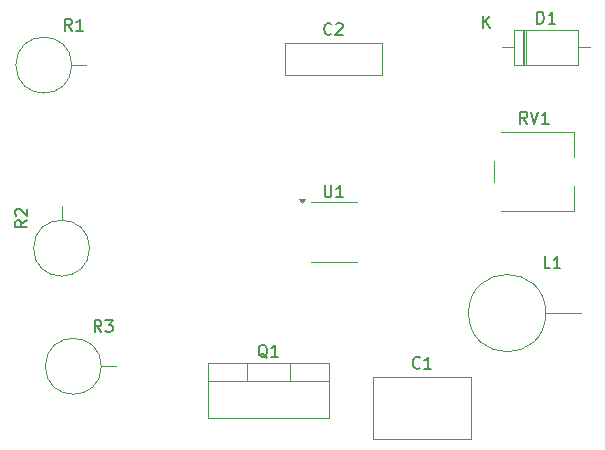
<source format=gbr>
%TF.GenerationSoftware,KiCad,Pcbnew,9.0.0*%
%TF.CreationDate,2025-03-20T23:20:09+05:30*%
%TF.ProjectId,buck_converter,6275636b-5f63-46f6-9e76-65727465722e,rev?*%
%TF.SameCoordinates,Original*%
%TF.FileFunction,Legend,Top*%
%TF.FilePolarity,Positive*%
%FSLAX46Y46*%
G04 Gerber Fmt 4.6, Leading zero omitted, Abs format (unit mm)*
G04 Created by KiCad (PCBNEW 9.0.0) date 2025-03-20 23:20:09*
%MOMM*%
%LPD*%
G01*
G04 APERTURE LIST*
%ADD10C,0.150000*%
%ADD11C,0.120000*%
G04 APERTURE END LIST*
D10*
X74263095Y-42689819D02*
X74263095Y-43499342D01*
X74263095Y-43499342D02*
X74310714Y-43594580D01*
X74310714Y-43594580D02*
X74358333Y-43642200D01*
X74358333Y-43642200D02*
X74453571Y-43689819D01*
X74453571Y-43689819D02*
X74644047Y-43689819D01*
X74644047Y-43689819D02*
X74739285Y-43642200D01*
X74739285Y-43642200D02*
X74786904Y-43594580D01*
X74786904Y-43594580D02*
X74834523Y-43499342D01*
X74834523Y-43499342D02*
X74834523Y-42689819D01*
X75834523Y-43689819D02*
X75263095Y-43689819D01*
X75548809Y-43689819D02*
X75548809Y-42689819D01*
X75548809Y-42689819D02*
X75453571Y-42832676D01*
X75453571Y-42832676D02*
X75358333Y-42927914D01*
X75358333Y-42927914D02*
X75263095Y-42975533D01*
X91404761Y-37454819D02*
X91071428Y-36978628D01*
X90833333Y-37454819D02*
X90833333Y-36454819D01*
X90833333Y-36454819D02*
X91214285Y-36454819D01*
X91214285Y-36454819D02*
X91309523Y-36502438D01*
X91309523Y-36502438D02*
X91357142Y-36550057D01*
X91357142Y-36550057D02*
X91404761Y-36645295D01*
X91404761Y-36645295D02*
X91404761Y-36788152D01*
X91404761Y-36788152D02*
X91357142Y-36883390D01*
X91357142Y-36883390D02*
X91309523Y-36931009D01*
X91309523Y-36931009D02*
X91214285Y-36978628D01*
X91214285Y-36978628D02*
X90833333Y-36978628D01*
X91690476Y-36454819D02*
X92023809Y-37454819D01*
X92023809Y-37454819D02*
X92357142Y-36454819D01*
X93214285Y-37454819D02*
X92642857Y-37454819D01*
X92928571Y-37454819D02*
X92928571Y-36454819D01*
X92928571Y-36454819D02*
X92833333Y-36597676D01*
X92833333Y-36597676D02*
X92738095Y-36692914D01*
X92738095Y-36692914D02*
X92642857Y-36740533D01*
X55358333Y-55084819D02*
X55025000Y-54608628D01*
X54786905Y-55084819D02*
X54786905Y-54084819D01*
X54786905Y-54084819D02*
X55167857Y-54084819D01*
X55167857Y-54084819D02*
X55263095Y-54132438D01*
X55263095Y-54132438D02*
X55310714Y-54180057D01*
X55310714Y-54180057D02*
X55358333Y-54275295D01*
X55358333Y-54275295D02*
X55358333Y-54418152D01*
X55358333Y-54418152D02*
X55310714Y-54513390D01*
X55310714Y-54513390D02*
X55263095Y-54561009D01*
X55263095Y-54561009D02*
X55167857Y-54608628D01*
X55167857Y-54608628D02*
X54786905Y-54608628D01*
X55691667Y-54084819D02*
X56310714Y-54084819D01*
X56310714Y-54084819D02*
X55977381Y-54465771D01*
X55977381Y-54465771D02*
X56120238Y-54465771D01*
X56120238Y-54465771D02*
X56215476Y-54513390D01*
X56215476Y-54513390D02*
X56263095Y-54561009D01*
X56263095Y-54561009D02*
X56310714Y-54656247D01*
X56310714Y-54656247D02*
X56310714Y-54894342D01*
X56310714Y-54894342D02*
X56263095Y-54989580D01*
X56263095Y-54989580D02*
X56215476Y-55037200D01*
X56215476Y-55037200D02*
X56120238Y-55084819D01*
X56120238Y-55084819D02*
X55834524Y-55084819D01*
X55834524Y-55084819D02*
X55739286Y-55037200D01*
X55739286Y-55037200D02*
X55691667Y-54989580D01*
X49069819Y-45626666D02*
X48593628Y-45959999D01*
X49069819Y-46198094D02*
X48069819Y-46198094D01*
X48069819Y-46198094D02*
X48069819Y-45817142D01*
X48069819Y-45817142D02*
X48117438Y-45721904D01*
X48117438Y-45721904D02*
X48165057Y-45674285D01*
X48165057Y-45674285D02*
X48260295Y-45626666D01*
X48260295Y-45626666D02*
X48403152Y-45626666D01*
X48403152Y-45626666D02*
X48498390Y-45674285D01*
X48498390Y-45674285D02*
X48546009Y-45721904D01*
X48546009Y-45721904D02*
X48593628Y-45817142D01*
X48593628Y-45817142D02*
X48593628Y-46198094D01*
X48165057Y-45245713D02*
X48117438Y-45198094D01*
X48117438Y-45198094D02*
X48069819Y-45102856D01*
X48069819Y-45102856D02*
X48069819Y-44864761D01*
X48069819Y-44864761D02*
X48117438Y-44769523D01*
X48117438Y-44769523D02*
X48165057Y-44721904D01*
X48165057Y-44721904D02*
X48260295Y-44674285D01*
X48260295Y-44674285D02*
X48355533Y-44674285D01*
X48355533Y-44674285D02*
X48498390Y-44721904D01*
X48498390Y-44721904D02*
X49069819Y-45293332D01*
X49069819Y-45293332D02*
X49069819Y-44674285D01*
X52858333Y-29584819D02*
X52525000Y-29108628D01*
X52286905Y-29584819D02*
X52286905Y-28584819D01*
X52286905Y-28584819D02*
X52667857Y-28584819D01*
X52667857Y-28584819D02*
X52763095Y-28632438D01*
X52763095Y-28632438D02*
X52810714Y-28680057D01*
X52810714Y-28680057D02*
X52858333Y-28775295D01*
X52858333Y-28775295D02*
X52858333Y-28918152D01*
X52858333Y-28918152D02*
X52810714Y-29013390D01*
X52810714Y-29013390D02*
X52763095Y-29061009D01*
X52763095Y-29061009D02*
X52667857Y-29108628D01*
X52667857Y-29108628D02*
X52286905Y-29108628D01*
X53810714Y-29584819D02*
X53239286Y-29584819D01*
X53525000Y-29584819D02*
X53525000Y-28584819D01*
X53525000Y-28584819D02*
X53429762Y-28727676D01*
X53429762Y-28727676D02*
X53334524Y-28822914D01*
X53334524Y-28822914D02*
X53239286Y-28870533D01*
X69404761Y-57280057D02*
X69309523Y-57232438D01*
X69309523Y-57232438D02*
X69214285Y-57137200D01*
X69214285Y-57137200D02*
X69071428Y-56994342D01*
X69071428Y-56994342D02*
X68976190Y-56946723D01*
X68976190Y-56946723D02*
X68880952Y-56946723D01*
X68928571Y-57184819D02*
X68833333Y-57137200D01*
X68833333Y-57137200D02*
X68738095Y-57041961D01*
X68738095Y-57041961D02*
X68690476Y-56851485D01*
X68690476Y-56851485D02*
X68690476Y-56518152D01*
X68690476Y-56518152D02*
X68738095Y-56327676D01*
X68738095Y-56327676D02*
X68833333Y-56232438D01*
X68833333Y-56232438D02*
X68928571Y-56184819D01*
X68928571Y-56184819D02*
X69119047Y-56184819D01*
X69119047Y-56184819D02*
X69214285Y-56232438D01*
X69214285Y-56232438D02*
X69309523Y-56327676D01*
X69309523Y-56327676D02*
X69357142Y-56518152D01*
X69357142Y-56518152D02*
X69357142Y-56851485D01*
X69357142Y-56851485D02*
X69309523Y-57041961D01*
X69309523Y-57041961D02*
X69214285Y-57137200D01*
X69214285Y-57137200D02*
X69119047Y-57184819D01*
X69119047Y-57184819D02*
X68928571Y-57184819D01*
X70309523Y-57184819D02*
X69738095Y-57184819D01*
X70023809Y-57184819D02*
X70023809Y-56184819D01*
X70023809Y-56184819D02*
X69928571Y-56327676D01*
X69928571Y-56327676D02*
X69833333Y-56422914D01*
X69833333Y-56422914D02*
X69738095Y-56470533D01*
X93358333Y-49684819D02*
X92882143Y-49684819D01*
X92882143Y-49684819D02*
X92882143Y-48684819D01*
X94215476Y-49684819D02*
X93644048Y-49684819D01*
X93929762Y-49684819D02*
X93929762Y-48684819D01*
X93929762Y-48684819D02*
X93834524Y-48827676D01*
X93834524Y-48827676D02*
X93739286Y-48922914D01*
X93739286Y-48922914D02*
X93644048Y-48970533D01*
X92261905Y-28984819D02*
X92261905Y-27984819D01*
X92261905Y-27984819D02*
X92500000Y-27984819D01*
X92500000Y-27984819D02*
X92642857Y-28032438D01*
X92642857Y-28032438D02*
X92738095Y-28127676D01*
X92738095Y-28127676D02*
X92785714Y-28222914D01*
X92785714Y-28222914D02*
X92833333Y-28413390D01*
X92833333Y-28413390D02*
X92833333Y-28556247D01*
X92833333Y-28556247D02*
X92785714Y-28746723D01*
X92785714Y-28746723D02*
X92738095Y-28841961D01*
X92738095Y-28841961D02*
X92642857Y-28937200D01*
X92642857Y-28937200D02*
X92500000Y-28984819D01*
X92500000Y-28984819D02*
X92261905Y-28984819D01*
X93785714Y-28984819D02*
X93214286Y-28984819D01*
X93500000Y-28984819D02*
X93500000Y-27984819D01*
X93500000Y-27984819D02*
X93404762Y-28127676D01*
X93404762Y-28127676D02*
X93309524Y-28222914D01*
X93309524Y-28222914D02*
X93214286Y-28270533D01*
X87658095Y-29354819D02*
X87658095Y-28354819D01*
X88229523Y-29354819D02*
X87800952Y-28783390D01*
X88229523Y-28354819D02*
X87658095Y-28926247D01*
X74833333Y-29859580D02*
X74785714Y-29907200D01*
X74785714Y-29907200D02*
X74642857Y-29954819D01*
X74642857Y-29954819D02*
X74547619Y-29954819D01*
X74547619Y-29954819D02*
X74404762Y-29907200D01*
X74404762Y-29907200D02*
X74309524Y-29811961D01*
X74309524Y-29811961D02*
X74261905Y-29716723D01*
X74261905Y-29716723D02*
X74214286Y-29526247D01*
X74214286Y-29526247D02*
X74214286Y-29383390D01*
X74214286Y-29383390D02*
X74261905Y-29192914D01*
X74261905Y-29192914D02*
X74309524Y-29097676D01*
X74309524Y-29097676D02*
X74404762Y-29002438D01*
X74404762Y-29002438D02*
X74547619Y-28954819D01*
X74547619Y-28954819D02*
X74642857Y-28954819D01*
X74642857Y-28954819D02*
X74785714Y-29002438D01*
X74785714Y-29002438D02*
X74833333Y-29050057D01*
X75214286Y-29050057D02*
X75261905Y-29002438D01*
X75261905Y-29002438D02*
X75357143Y-28954819D01*
X75357143Y-28954819D02*
X75595238Y-28954819D01*
X75595238Y-28954819D02*
X75690476Y-29002438D01*
X75690476Y-29002438D02*
X75738095Y-29050057D01*
X75738095Y-29050057D02*
X75785714Y-29145295D01*
X75785714Y-29145295D02*
X75785714Y-29240533D01*
X75785714Y-29240533D02*
X75738095Y-29383390D01*
X75738095Y-29383390D02*
X75166667Y-29954819D01*
X75166667Y-29954819D02*
X75785714Y-29954819D01*
X82333333Y-58109580D02*
X82285714Y-58157200D01*
X82285714Y-58157200D02*
X82142857Y-58204819D01*
X82142857Y-58204819D02*
X82047619Y-58204819D01*
X82047619Y-58204819D02*
X81904762Y-58157200D01*
X81904762Y-58157200D02*
X81809524Y-58061961D01*
X81809524Y-58061961D02*
X81761905Y-57966723D01*
X81761905Y-57966723D02*
X81714286Y-57776247D01*
X81714286Y-57776247D02*
X81714286Y-57633390D01*
X81714286Y-57633390D02*
X81761905Y-57442914D01*
X81761905Y-57442914D02*
X81809524Y-57347676D01*
X81809524Y-57347676D02*
X81904762Y-57252438D01*
X81904762Y-57252438D02*
X82047619Y-57204819D01*
X82047619Y-57204819D02*
X82142857Y-57204819D01*
X82142857Y-57204819D02*
X82285714Y-57252438D01*
X82285714Y-57252438D02*
X82333333Y-57300057D01*
X83285714Y-58204819D02*
X82714286Y-58204819D01*
X83000000Y-58204819D02*
X83000000Y-57204819D01*
X83000000Y-57204819D02*
X82904762Y-57347676D01*
X82904762Y-57347676D02*
X82809524Y-57442914D01*
X82809524Y-57442914D02*
X82714286Y-57490533D01*
D11*
%TO.C,U1*%
X75025000Y-44075000D02*
X73075000Y-44075000D01*
X75025000Y-44075000D02*
X76975000Y-44075000D01*
X75025000Y-49195000D02*
X73075000Y-49195000D01*
X75025000Y-49195000D02*
X76975000Y-49195000D01*
X72325000Y-44170000D02*
X72085000Y-43840000D01*
X72565000Y-43840000D01*
X72325000Y-44170000D01*
G36*
X72325000Y-44170000D02*
G01*
X72085000Y-43840000D01*
X72565000Y-43840000D01*
X72325000Y-44170000D01*
G37*
%TO.C,RV1*%
X88630000Y-40591000D02*
X88630000Y-42410000D01*
X89166000Y-38129000D02*
X95370000Y-38129000D01*
X89166000Y-44870000D02*
X95370000Y-44870000D01*
X95370000Y-38129000D02*
X95370000Y-40260000D01*
X95370000Y-42740000D02*
X95370000Y-44870000D01*
%TO.C,R3*%
X55355000Y-58000000D02*
X56565000Y-58000000D01*
X55355000Y-58000000D02*
G75*
G02*
X50615000Y-58000000I-2370000J0D01*
G01*
X50615000Y-58000000D02*
G75*
G02*
X55355000Y-58000000I2370000J0D01*
G01*
%TO.C,R2*%
X51985000Y-45630000D02*
X51985000Y-44420000D01*
X54355000Y-48000000D02*
G75*
G02*
X49615000Y-48000000I-2370000J0D01*
G01*
X49615000Y-48000000D02*
G75*
G02*
X54355000Y-48000000I2370000J0D01*
G01*
%TO.C,R1*%
X52855000Y-32500000D02*
X54065000Y-32500000D01*
X52855000Y-32500000D02*
G75*
G02*
X48115000Y-32500000I-2370000J0D01*
G01*
X48115000Y-32500000D02*
G75*
G02*
X52855000Y-32500000I2370000J0D01*
G01*
%TO.C,Q1*%
X64380000Y-57730000D02*
X64380000Y-62371000D01*
X64380000Y-57730000D02*
X74620000Y-57730000D01*
X64380000Y-59240000D02*
X74620000Y-59240000D01*
X64380000Y-62371000D02*
X74620000Y-62371000D01*
X67650000Y-57730000D02*
X67650000Y-59240000D01*
X71351000Y-57730000D02*
X71351000Y-59240000D01*
X74620000Y-57730000D02*
X74620000Y-62371000D01*
%TO.C,L1*%
X92985000Y-53500000D02*
X95935000Y-53500000D01*
X92985000Y-53500000D02*
G75*
G02*
X86445000Y-53500000I-3270000J0D01*
G01*
X86445000Y-53500000D02*
G75*
G02*
X92985000Y-53500000I3270000J0D01*
G01*
%TO.C,D1*%
X89260000Y-31000000D02*
X90280000Y-31000000D01*
X90280000Y-29530000D02*
X90280000Y-32470000D01*
X90280000Y-32470000D02*
X95720000Y-32470000D01*
X91060000Y-29530000D02*
X91060000Y-32470000D01*
X91180000Y-29530000D02*
X91180000Y-32470000D01*
X91300000Y-29530000D02*
X91300000Y-32470000D01*
X95720000Y-29530000D02*
X90280000Y-29530000D01*
X95720000Y-32470000D02*
X95720000Y-29530000D01*
X96740000Y-31000000D02*
X95720000Y-31000000D01*
%TO.C,C2*%
X70880000Y-30630000D02*
X70880000Y-33370000D01*
X70880000Y-30630000D02*
X79120000Y-30630000D01*
X70880000Y-33370000D02*
X79120000Y-33370000D01*
X79120000Y-30630000D02*
X79120000Y-33370000D01*
%TO.C,C1*%
X78380000Y-58880000D02*
X78380000Y-64120000D01*
X78380000Y-58880000D02*
X86620000Y-58880000D01*
X78380000Y-64120000D02*
X86620000Y-64120000D01*
X86620000Y-58880000D02*
X86620000Y-64120000D01*
%TD*%
M02*

</source>
